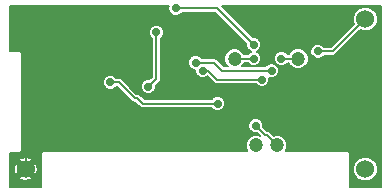
<source format=gbl>
G04 (created by PCBNEW (2013-mar-13)-stable) date Tue 09 Jun 2015 10:24:56 AM CEST*
%MOIN*%
G04 Gerber Fmt 3.4, Leading zero omitted, Abs format*
%FSLAX34Y34*%
G01*
G70*
G90*
G04 APERTURE LIST*
%ADD10C,0.005906*%
%ADD11C,0.060000*%
%ADD12C,0.047200*%
%ADD13C,0.028000*%
%ADD14C,0.008000*%
%ADD15C,0.010000*%
%ADD16C,0.006000*%
G04 APERTURE END LIST*
G54D10*
G54D11*
X61171Y-44763D03*
X49852Y-44763D03*
G54D12*
X56816Y-41080D03*
G54D11*
X61172Y-39763D03*
G54D12*
X58940Y-41080D03*
X57528Y-43974D03*
X58230Y-43974D03*
G54D13*
X52672Y-41866D03*
X56252Y-42580D03*
X53938Y-42016D03*
X54210Y-40208D03*
X57456Y-40620D03*
X54862Y-39402D03*
X55518Y-41220D03*
X58050Y-41488D03*
X55756Y-41478D03*
X57730Y-41784D03*
X54192Y-39504D03*
X52672Y-42214D03*
X60796Y-44362D03*
X57456Y-42080D03*
X57070Y-39834D03*
X60472Y-39798D03*
X54234Y-42244D03*
X57456Y-41080D03*
X57528Y-43974D03*
X57526Y-43312D03*
X58378Y-41080D03*
X59592Y-40830D03*
G54D14*
X52672Y-41866D02*
X52954Y-41866D01*
X53480Y-42392D02*
X53570Y-42392D01*
X52954Y-41866D02*
X53480Y-42392D01*
X53570Y-42392D02*
X53758Y-42580D01*
X56252Y-42580D02*
X53758Y-42580D01*
X54210Y-40208D02*
X54210Y-41744D01*
X54210Y-41744D02*
X53938Y-42016D01*
X56238Y-39402D02*
X57456Y-40620D01*
X54862Y-39402D02*
X56238Y-39402D01*
X58050Y-41488D02*
X56410Y-41488D01*
X56410Y-41488D02*
X56142Y-41220D01*
X55518Y-41220D02*
X56142Y-41220D01*
X55756Y-41478D02*
X55928Y-41478D01*
X55928Y-41478D02*
X56234Y-41784D01*
X57730Y-41784D02*
X56234Y-41784D01*
G54D15*
X54192Y-39504D02*
X54192Y-39752D01*
X54490Y-41988D02*
X54234Y-42244D01*
X54490Y-40050D02*
X54490Y-41988D01*
X54192Y-39752D02*
X54490Y-40050D01*
G54D14*
X54234Y-42244D02*
X54088Y-42390D01*
X54088Y-42390D02*
X53858Y-42390D01*
X53858Y-42390D02*
X53034Y-41566D01*
X53034Y-41566D02*
X52384Y-41566D01*
X52384Y-41566D02*
X52214Y-41736D01*
X52214Y-41736D02*
X52214Y-42214D01*
X52672Y-42214D02*
X52214Y-42214D01*
X52214Y-42214D02*
X51792Y-42214D01*
X49852Y-44763D02*
X49852Y-44153D01*
X51792Y-42214D02*
X49852Y-44153D01*
X58512Y-42080D02*
X58512Y-41602D01*
X58304Y-40726D02*
X58304Y-39834D01*
X58304Y-40726D02*
X58102Y-40928D01*
X58102Y-41192D02*
X58102Y-40928D01*
X58512Y-41602D02*
X58102Y-41192D01*
X57456Y-42080D02*
X58512Y-42080D01*
X58512Y-42080D02*
X58514Y-42080D01*
X58514Y-42080D02*
X60796Y-44362D01*
X57456Y-42080D02*
X55620Y-42080D01*
X55620Y-42080D02*
X55456Y-42244D01*
X55456Y-42244D02*
X54234Y-42244D01*
X57070Y-39834D02*
X58304Y-39834D01*
X58304Y-39834D02*
X59512Y-39834D01*
X59512Y-39834D02*
X59548Y-39798D01*
X59548Y-39798D02*
X60472Y-39798D01*
X56816Y-41080D02*
X57456Y-41080D01*
X57882Y-43626D02*
X58230Y-43974D01*
X57840Y-43626D02*
X57882Y-43626D01*
X57526Y-43312D02*
X57840Y-43626D01*
X58940Y-41080D02*
X58378Y-41080D01*
X59592Y-40830D02*
X60105Y-40830D01*
X60105Y-40830D02*
X61172Y-39763D01*
G54D10*
G36*
X61686Y-45342D02*
X61582Y-45342D01*
X61582Y-39682D01*
X61519Y-39531D01*
X61404Y-39416D01*
X61253Y-39353D01*
X61090Y-39353D01*
X60940Y-39415D01*
X60824Y-39531D01*
X60762Y-39681D01*
X60761Y-39844D01*
X60796Y-39927D01*
X60043Y-40680D01*
X59795Y-40680D01*
X59733Y-40618D01*
X59641Y-40580D01*
X59542Y-40579D01*
X59450Y-40617D01*
X59380Y-40688D01*
X59342Y-40780D01*
X59341Y-40879D01*
X59379Y-40971D01*
X59450Y-41041D01*
X59542Y-41079D01*
X59641Y-41080D01*
X59733Y-41042D01*
X59795Y-40980D01*
X60105Y-40980D01*
X60163Y-40968D01*
X60163Y-40968D01*
X60211Y-40936D01*
X61008Y-40139D01*
X61090Y-40173D01*
X61253Y-40173D01*
X61403Y-40111D01*
X61519Y-39996D01*
X61581Y-39845D01*
X61582Y-39682D01*
X61582Y-45342D01*
X61581Y-45342D01*
X61581Y-44682D01*
X61519Y-44531D01*
X61403Y-44416D01*
X61253Y-44353D01*
X61090Y-44353D01*
X60939Y-44415D01*
X60823Y-44531D01*
X60761Y-44681D01*
X60761Y-44844D01*
X60823Y-44995D01*
X60938Y-45111D01*
X61089Y-45173D01*
X61252Y-45173D01*
X61403Y-45111D01*
X61518Y-44996D01*
X61581Y-44845D01*
X61581Y-44682D01*
X61581Y-45342D01*
X60661Y-45342D01*
X60661Y-44291D01*
X60651Y-44241D01*
X60623Y-44199D01*
X60581Y-44171D01*
X60531Y-44161D01*
X59286Y-44161D01*
X59286Y-41011D01*
X59233Y-40884D01*
X59136Y-40786D01*
X59009Y-40734D01*
X58871Y-40733D01*
X58744Y-40786D01*
X58646Y-40883D01*
X58627Y-40930D01*
X58581Y-40930D01*
X58519Y-40868D01*
X58427Y-40830D01*
X58328Y-40829D01*
X58236Y-40867D01*
X58166Y-40938D01*
X58128Y-41030D01*
X58127Y-41129D01*
X58165Y-41221D01*
X58236Y-41291D01*
X58328Y-41329D01*
X58427Y-41330D01*
X58519Y-41292D01*
X58581Y-41230D01*
X58627Y-41230D01*
X58646Y-41275D01*
X58743Y-41373D01*
X58870Y-41425D01*
X59008Y-41426D01*
X59135Y-41373D01*
X59233Y-41276D01*
X59285Y-41149D01*
X59286Y-41011D01*
X59286Y-44161D01*
X58526Y-44161D01*
X58575Y-44043D01*
X58576Y-43905D01*
X58523Y-43778D01*
X58426Y-43680D01*
X58299Y-43628D01*
X58161Y-43627D01*
X58115Y-43647D01*
X57988Y-43519D01*
X57939Y-43487D01*
X57907Y-43480D01*
X57775Y-43349D01*
X57776Y-43262D01*
X57738Y-43170D01*
X57667Y-43100D01*
X57575Y-43062D01*
X57476Y-43061D01*
X57384Y-43099D01*
X57314Y-43170D01*
X57276Y-43262D01*
X57275Y-43361D01*
X57313Y-43453D01*
X57384Y-43523D01*
X57476Y-43561D01*
X57563Y-43562D01*
X57653Y-43651D01*
X57597Y-43628D01*
X57459Y-43627D01*
X57332Y-43680D01*
X57234Y-43777D01*
X57182Y-43904D01*
X57181Y-44042D01*
X57231Y-44161D01*
X56502Y-44161D01*
X56502Y-42530D01*
X56464Y-42438D01*
X56393Y-42368D01*
X56301Y-42330D01*
X56202Y-42329D01*
X56110Y-42367D01*
X56048Y-42430D01*
X54460Y-42430D01*
X54460Y-40158D01*
X54422Y-40066D01*
X54351Y-39996D01*
X54259Y-39958D01*
X54160Y-39957D01*
X54068Y-39995D01*
X53998Y-40066D01*
X53960Y-40158D01*
X53959Y-40257D01*
X53997Y-40349D01*
X54060Y-40411D01*
X54060Y-41681D01*
X53975Y-41766D01*
X53888Y-41765D01*
X53796Y-41803D01*
X53726Y-41874D01*
X53688Y-41966D01*
X53687Y-42065D01*
X53725Y-42157D01*
X53796Y-42227D01*
X53888Y-42265D01*
X53987Y-42266D01*
X54079Y-42228D01*
X54149Y-42157D01*
X54187Y-42065D01*
X54188Y-41978D01*
X54316Y-41850D01*
X54348Y-41801D01*
X54360Y-41744D01*
X54360Y-41744D01*
X54360Y-41743D01*
X54360Y-40411D01*
X54421Y-40349D01*
X54459Y-40257D01*
X54460Y-40158D01*
X54460Y-42430D01*
X53820Y-42430D01*
X53676Y-42285D01*
X53627Y-42253D01*
X53570Y-42242D01*
X53542Y-42242D01*
X53060Y-41759D01*
X53011Y-41727D01*
X52954Y-41716D01*
X52875Y-41716D01*
X52813Y-41654D01*
X52721Y-41616D01*
X52622Y-41615D01*
X52530Y-41653D01*
X52460Y-41724D01*
X52422Y-41816D01*
X52421Y-41915D01*
X52459Y-42007D01*
X52530Y-42077D01*
X52622Y-42115D01*
X52721Y-42116D01*
X52813Y-42078D01*
X52875Y-42016D01*
X52891Y-42016D01*
X53373Y-42498D01*
X53422Y-42530D01*
X53422Y-42530D01*
X53480Y-42542D01*
X53480Y-42542D01*
X53480Y-42542D01*
X53507Y-42542D01*
X53651Y-42686D01*
X53651Y-42686D01*
X53681Y-42705D01*
X53700Y-42718D01*
X53700Y-42718D01*
X53758Y-42730D01*
X56048Y-42730D01*
X56110Y-42791D01*
X56202Y-42829D01*
X56301Y-42830D01*
X56393Y-42792D01*
X56463Y-42721D01*
X56501Y-42629D01*
X56502Y-42530D01*
X56502Y-44161D01*
X50492Y-44161D01*
X50442Y-44171D01*
X50400Y-44199D01*
X50372Y-44241D01*
X50362Y-44291D01*
X50362Y-45342D01*
X50249Y-45342D01*
X50249Y-44787D01*
X50228Y-44633D01*
X50210Y-44590D01*
X50162Y-44552D01*
X50063Y-44651D01*
X50063Y-44453D01*
X50025Y-44405D01*
X49875Y-44366D01*
X49721Y-44388D01*
X49678Y-44405D01*
X49641Y-44453D01*
X49852Y-44664D01*
X50063Y-44453D01*
X50063Y-44651D01*
X49951Y-44763D01*
X50162Y-44974D01*
X50210Y-44937D01*
X50249Y-44787D01*
X50249Y-45342D01*
X50063Y-45342D01*
X50063Y-45073D01*
X49852Y-44862D01*
X49753Y-44961D01*
X49753Y-44763D01*
X49542Y-44552D01*
X49494Y-44590D01*
X49455Y-44740D01*
X49476Y-44894D01*
X49494Y-44937D01*
X49542Y-44974D01*
X49753Y-44763D01*
X49753Y-44961D01*
X49641Y-45073D01*
X49678Y-45121D01*
X49829Y-45160D01*
X49982Y-45139D01*
X50025Y-45121D01*
X50063Y-45073D01*
X50063Y-45342D01*
X49342Y-45342D01*
X49342Y-44224D01*
X49606Y-44224D01*
X49655Y-44214D01*
X49698Y-44186D01*
X49726Y-44144D01*
X49735Y-44094D01*
X49735Y-40944D01*
X49726Y-40895D01*
X49698Y-40853D01*
X49655Y-40825D01*
X49606Y-40815D01*
X49337Y-40815D01*
X49337Y-39337D01*
X54618Y-39337D01*
X54612Y-39352D01*
X54611Y-39451D01*
X54649Y-39543D01*
X54720Y-39613D01*
X54812Y-39651D01*
X54911Y-39652D01*
X55003Y-39614D01*
X55065Y-39552D01*
X56175Y-39552D01*
X57206Y-40582D01*
X57205Y-40669D01*
X57243Y-40761D01*
X57314Y-40831D01*
X57357Y-40849D01*
X57314Y-40867D01*
X57252Y-40930D01*
X57128Y-40930D01*
X57109Y-40884D01*
X57012Y-40786D01*
X56885Y-40734D01*
X56747Y-40733D01*
X56620Y-40786D01*
X56522Y-40883D01*
X56470Y-41010D01*
X56469Y-41148D01*
X56522Y-41275D01*
X56584Y-41338D01*
X56472Y-41338D01*
X56248Y-41113D01*
X56199Y-41081D01*
X56142Y-41070D01*
X55721Y-41070D01*
X55659Y-41008D01*
X55567Y-40970D01*
X55468Y-40969D01*
X55376Y-41007D01*
X55306Y-41078D01*
X55268Y-41170D01*
X55267Y-41269D01*
X55305Y-41361D01*
X55376Y-41431D01*
X55468Y-41469D01*
X55506Y-41469D01*
X55505Y-41527D01*
X55543Y-41619D01*
X55614Y-41689D01*
X55706Y-41727D01*
X55805Y-41728D01*
X55897Y-41690D01*
X55912Y-41674D01*
X56127Y-41890D01*
X56127Y-41890D01*
X56157Y-41909D01*
X56176Y-41922D01*
X56176Y-41922D01*
X56234Y-41934D01*
X57526Y-41934D01*
X57588Y-41995D01*
X57680Y-42033D01*
X57779Y-42034D01*
X57871Y-41996D01*
X57941Y-41925D01*
X57979Y-41833D01*
X57980Y-41734D01*
X57977Y-41728D01*
X58000Y-41737D01*
X58099Y-41738D01*
X58191Y-41700D01*
X58261Y-41629D01*
X58299Y-41537D01*
X58300Y-41438D01*
X58262Y-41346D01*
X58191Y-41276D01*
X58099Y-41238D01*
X58000Y-41237D01*
X57908Y-41275D01*
X57846Y-41338D01*
X57047Y-41338D01*
X57109Y-41276D01*
X57128Y-41230D01*
X57252Y-41230D01*
X57314Y-41291D01*
X57406Y-41329D01*
X57505Y-41330D01*
X57597Y-41292D01*
X57667Y-41221D01*
X57705Y-41129D01*
X57706Y-41030D01*
X57668Y-40938D01*
X57597Y-40868D01*
X57554Y-40850D01*
X57597Y-40832D01*
X57667Y-40761D01*
X57705Y-40669D01*
X57706Y-40570D01*
X57668Y-40478D01*
X57597Y-40408D01*
X57505Y-40370D01*
X57418Y-40369D01*
X56385Y-39337D01*
X61686Y-39337D01*
X61686Y-45342D01*
X61686Y-45342D01*
G37*
G54D16*
X61686Y-45342D02*
X61582Y-45342D01*
X61582Y-39682D01*
X61519Y-39531D01*
X61404Y-39416D01*
X61253Y-39353D01*
X61090Y-39353D01*
X60940Y-39415D01*
X60824Y-39531D01*
X60762Y-39681D01*
X60761Y-39844D01*
X60796Y-39927D01*
X60043Y-40680D01*
X59795Y-40680D01*
X59733Y-40618D01*
X59641Y-40580D01*
X59542Y-40579D01*
X59450Y-40617D01*
X59380Y-40688D01*
X59342Y-40780D01*
X59341Y-40879D01*
X59379Y-40971D01*
X59450Y-41041D01*
X59542Y-41079D01*
X59641Y-41080D01*
X59733Y-41042D01*
X59795Y-40980D01*
X60105Y-40980D01*
X60163Y-40968D01*
X60163Y-40968D01*
X60211Y-40936D01*
X61008Y-40139D01*
X61090Y-40173D01*
X61253Y-40173D01*
X61403Y-40111D01*
X61519Y-39996D01*
X61581Y-39845D01*
X61582Y-39682D01*
X61582Y-45342D01*
X61581Y-45342D01*
X61581Y-44682D01*
X61519Y-44531D01*
X61403Y-44416D01*
X61253Y-44353D01*
X61090Y-44353D01*
X60939Y-44415D01*
X60823Y-44531D01*
X60761Y-44681D01*
X60761Y-44844D01*
X60823Y-44995D01*
X60938Y-45111D01*
X61089Y-45173D01*
X61252Y-45173D01*
X61403Y-45111D01*
X61518Y-44996D01*
X61581Y-44845D01*
X61581Y-44682D01*
X61581Y-45342D01*
X60661Y-45342D01*
X60661Y-44291D01*
X60651Y-44241D01*
X60623Y-44199D01*
X60581Y-44171D01*
X60531Y-44161D01*
X59286Y-44161D01*
X59286Y-41011D01*
X59233Y-40884D01*
X59136Y-40786D01*
X59009Y-40734D01*
X58871Y-40733D01*
X58744Y-40786D01*
X58646Y-40883D01*
X58627Y-40930D01*
X58581Y-40930D01*
X58519Y-40868D01*
X58427Y-40830D01*
X58328Y-40829D01*
X58236Y-40867D01*
X58166Y-40938D01*
X58128Y-41030D01*
X58127Y-41129D01*
X58165Y-41221D01*
X58236Y-41291D01*
X58328Y-41329D01*
X58427Y-41330D01*
X58519Y-41292D01*
X58581Y-41230D01*
X58627Y-41230D01*
X58646Y-41275D01*
X58743Y-41373D01*
X58870Y-41425D01*
X59008Y-41426D01*
X59135Y-41373D01*
X59233Y-41276D01*
X59285Y-41149D01*
X59286Y-41011D01*
X59286Y-44161D01*
X58526Y-44161D01*
X58575Y-44043D01*
X58576Y-43905D01*
X58523Y-43778D01*
X58426Y-43680D01*
X58299Y-43628D01*
X58161Y-43627D01*
X58115Y-43647D01*
X57988Y-43519D01*
X57939Y-43487D01*
X57907Y-43480D01*
X57775Y-43349D01*
X57776Y-43262D01*
X57738Y-43170D01*
X57667Y-43100D01*
X57575Y-43062D01*
X57476Y-43061D01*
X57384Y-43099D01*
X57314Y-43170D01*
X57276Y-43262D01*
X57275Y-43361D01*
X57313Y-43453D01*
X57384Y-43523D01*
X57476Y-43561D01*
X57563Y-43562D01*
X57653Y-43651D01*
X57597Y-43628D01*
X57459Y-43627D01*
X57332Y-43680D01*
X57234Y-43777D01*
X57182Y-43904D01*
X57181Y-44042D01*
X57231Y-44161D01*
X56502Y-44161D01*
X56502Y-42530D01*
X56464Y-42438D01*
X56393Y-42368D01*
X56301Y-42330D01*
X56202Y-42329D01*
X56110Y-42367D01*
X56048Y-42430D01*
X54460Y-42430D01*
X54460Y-40158D01*
X54422Y-40066D01*
X54351Y-39996D01*
X54259Y-39958D01*
X54160Y-39957D01*
X54068Y-39995D01*
X53998Y-40066D01*
X53960Y-40158D01*
X53959Y-40257D01*
X53997Y-40349D01*
X54060Y-40411D01*
X54060Y-41681D01*
X53975Y-41766D01*
X53888Y-41765D01*
X53796Y-41803D01*
X53726Y-41874D01*
X53688Y-41966D01*
X53687Y-42065D01*
X53725Y-42157D01*
X53796Y-42227D01*
X53888Y-42265D01*
X53987Y-42266D01*
X54079Y-42228D01*
X54149Y-42157D01*
X54187Y-42065D01*
X54188Y-41978D01*
X54316Y-41850D01*
X54348Y-41801D01*
X54360Y-41744D01*
X54360Y-41744D01*
X54360Y-41743D01*
X54360Y-40411D01*
X54421Y-40349D01*
X54459Y-40257D01*
X54460Y-40158D01*
X54460Y-42430D01*
X53820Y-42430D01*
X53676Y-42285D01*
X53627Y-42253D01*
X53570Y-42242D01*
X53542Y-42242D01*
X53060Y-41759D01*
X53011Y-41727D01*
X52954Y-41716D01*
X52875Y-41716D01*
X52813Y-41654D01*
X52721Y-41616D01*
X52622Y-41615D01*
X52530Y-41653D01*
X52460Y-41724D01*
X52422Y-41816D01*
X52421Y-41915D01*
X52459Y-42007D01*
X52530Y-42077D01*
X52622Y-42115D01*
X52721Y-42116D01*
X52813Y-42078D01*
X52875Y-42016D01*
X52891Y-42016D01*
X53373Y-42498D01*
X53422Y-42530D01*
X53422Y-42530D01*
X53480Y-42542D01*
X53480Y-42542D01*
X53480Y-42542D01*
X53507Y-42542D01*
X53651Y-42686D01*
X53651Y-42686D01*
X53681Y-42705D01*
X53700Y-42718D01*
X53700Y-42718D01*
X53758Y-42730D01*
X56048Y-42730D01*
X56110Y-42791D01*
X56202Y-42829D01*
X56301Y-42830D01*
X56393Y-42792D01*
X56463Y-42721D01*
X56501Y-42629D01*
X56502Y-42530D01*
X56502Y-44161D01*
X50492Y-44161D01*
X50442Y-44171D01*
X50400Y-44199D01*
X50372Y-44241D01*
X50362Y-44291D01*
X50362Y-45342D01*
X50249Y-45342D01*
X50249Y-44787D01*
X50228Y-44633D01*
X50210Y-44590D01*
X50162Y-44552D01*
X50063Y-44651D01*
X50063Y-44453D01*
X50025Y-44405D01*
X49875Y-44366D01*
X49721Y-44388D01*
X49678Y-44405D01*
X49641Y-44453D01*
X49852Y-44664D01*
X50063Y-44453D01*
X50063Y-44651D01*
X49951Y-44763D01*
X50162Y-44974D01*
X50210Y-44937D01*
X50249Y-44787D01*
X50249Y-45342D01*
X50063Y-45342D01*
X50063Y-45073D01*
X49852Y-44862D01*
X49753Y-44961D01*
X49753Y-44763D01*
X49542Y-44552D01*
X49494Y-44590D01*
X49455Y-44740D01*
X49476Y-44894D01*
X49494Y-44937D01*
X49542Y-44974D01*
X49753Y-44763D01*
X49753Y-44961D01*
X49641Y-45073D01*
X49678Y-45121D01*
X49829Y-45160D01*
X49982Y-45139D01*
X50025Y-45121D01*
X50063Y-45073D01*
X50063Y-45342D01*
X49342Y-45342D01*
X49342Y-44224D01*
X49606Y-44224D01*
X49655Y-44214D01*
X49698Y-44186D01*
X49726Y-44144D01*
X49735Y-44094D01*
X49735Y-40944D01*
X49726Y-40895D01*
X49698Y-40853D01*
X49655Y-40825D01*
X49606Y-40815D01*
X49337Y-40815D01*
X49337Y-39337D01*
X54618Y-39337D01*
X54612Y-39352D01*
X54611Y-39451D01*
X54649Y-39543D01*
X54720Y-39613D01*
X54812Y-39651D01*
X54911Y-39652D01*
X55003Y-39614D01*
X55065Y-39552D01*
X56175Y-39552D01*
X57206Y-40582D01*
X57205Y-40669D01*
X57243Y-40761D01*
X57314Y-40831D01*
X57357Y-40849D01*
X57314Y-40867D01*
X57252Y-40930D01*
X57128Y-40930D01*
X57109Y-40884D01*
X57012Y-40786D01*
X56885Y-40734D01*
X56747Y-40733D01*
X56620Y-40786D01*
X56522Y-40883D01*
X56470Y-41010D01*
X56469Y-41148D01*
X56522Y-41275D01*
X56584Y-41338D01*
X56472Y-41338D01*
X56248Y-41113D01*
X56199Y-41081D01*
X56142Y-41070D01*
X55721Y-41070D01*
X55659Y-41008D01*
X55567Y-40970D01*
X55468Y-40969D01*
X55376Y-41007D01*
X55306Y-41078D01*
X55268Y-41170D01*
X55267Y-41269D01*
X55305Y-41361D01*
X55376Y-41431D01*
X55468Y-41469D01*
X55506Y-41469D01*
X55505Y-41527D01*
X55543Y-41619D01*
X55614Y-41689D01*
X55706Y-41727D01*
X55805Y-41728D01*
X55897Y-41690D01*
X55912Y-41674D01*
X56127Y-41890D01*
X56127Y-41890D01*
X56157Y-41909D01*
X56176Y-41922D01*
X56176Y-41922D01*
X56234Y-41934D01*
X57526Y-41934D01*
X57588Y-41995D01*
X57680Y-42033D01*
X57779Y-42034D01*
X57871Y-41996D01*
X57941Y-41925D01*
X57979Y-41833D01*
X57980Y-41734D01*
X57977Y-41728D01*
X58000Y-41737D01*
X58099Y-41738D01*
X58191Y-41700D01*
X58261Y-41629D01*
X58299Y-41537D01*
X58300Y-41438D01*
X58262Y-41346D01*
X58191Y-41276D01*
X58099Y-41238D01*
X58000Y-41237D01*
X57908Y-41275D01*
X57846Y-41338D01*
X57047Y-41338D01*
X57109Y-41276D01*
X57128Y-41230D01*
X57252Y-41230D01*
X57314Y-41291D01*
X57406Y-41329D01*
X57505Y-41330D01*
X57597Y-41292D01*
X57667Y-41221D01*
X57705Y-41129D01*
X57706Y-41030D01*
X57668Y-40938D01*
X57597Y-40868D01*
X57554Y-40850D01*
X57597Y-40832D01*
X57667Y-40761D01*
X57705Y-40669D01*
X57706Y-40570D01*
X57668Y-40478D01*
X57597Y-40408D01*
X57505Y-40370D01*
X57418Y-40369D01*
X56385Y-39337D01*
X61686Y-39337D01*
X61686Y-45342D01*
M02*

</source>
